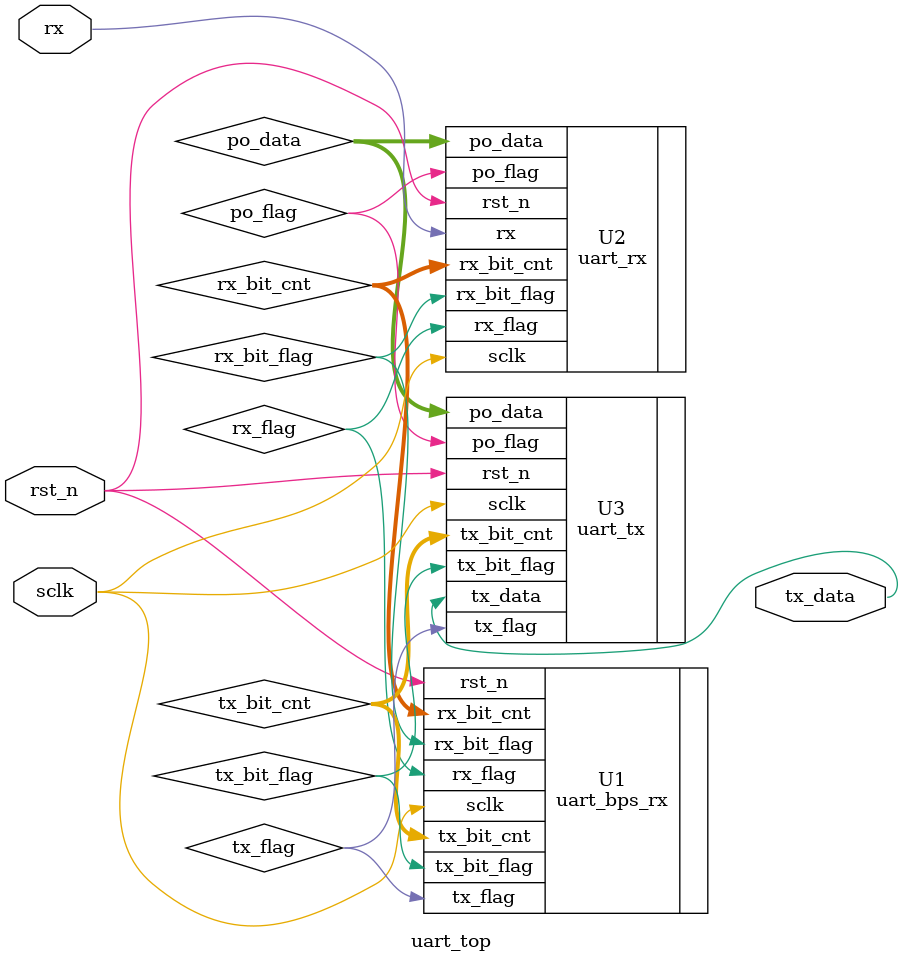
<source format=v>
module		uart_top(
		input		wire				sclk		,
		input		wire				rst_n		, 
		input		wire				rx      ,
		output	wire				tx_data		//tx²¢ÐÐ°ËÎ»Êý¾Ý
);

wire					rx_bit_flag		;//to		U2 
wire[3:0]			rx_bit_cnt		;//to  	U2
wire					tx_bit_flag		;//to		U3 
wire[3:0]			tx_bit_cnt	  ;//to 	U3
wire[7:0]			po_data				;//to		U3  
wire					rx_flag				;//to 	U1
wire					po_flag				;//to 	U3	
		
//bpsÀý»¯
uart_bps_rx	U1(
.sclk					(sclk				),//from top
.rst_n				(rst_n			),//from top
.rx_flag			(rx_flag		),//from U2
.tx_flag			(tx_flag		),//from U3
.rx_bit_flag	(rx_bit_flag),//to	U2
.rx_bit_cnt		(rx_bit_cnt	),//to  U2
.tx_bit_flag	(tx_bit_flag),//to	U3
.tx_bit_cnt	  (tx_bit_cnt	) //to  U3
);

//rxÀý»¯
uart_rx	U2(
.sclk				(sclk				),//from	top
.rst_n			(rst_n			),//from	top
.rx					(rx					),//from	top
.rx_bit_cnt	(rx_bit_cnt	),//from	U1
.rx_bit_flag(rx_bit_flag),//from	U1
.po_data		(po_data		),//to		U3	 
.rx_flag		(rx_flag		),//to 		U1
.po_flag		(po_flag		)	//to 		U3
	
);

//txÀý»¯
uart_tx	U3(
.sclk				(sclk				),//from	top 
.rst_n			(rst_n			),//from	top 
.po_flag		(po_flag		),//from	U2 
.po_data		(po_data		),//from	U2  
.tx_bit_flag(tx_bit_flag),//from	U1  
.tx_bit_cnt	(tx_bit_cnt	),//from	U1	
.tx_flag		(tx_flag		),//from	U1
.tx_data		(tx_data		)	//to 		top  	
);                          

endmodule
</source>
